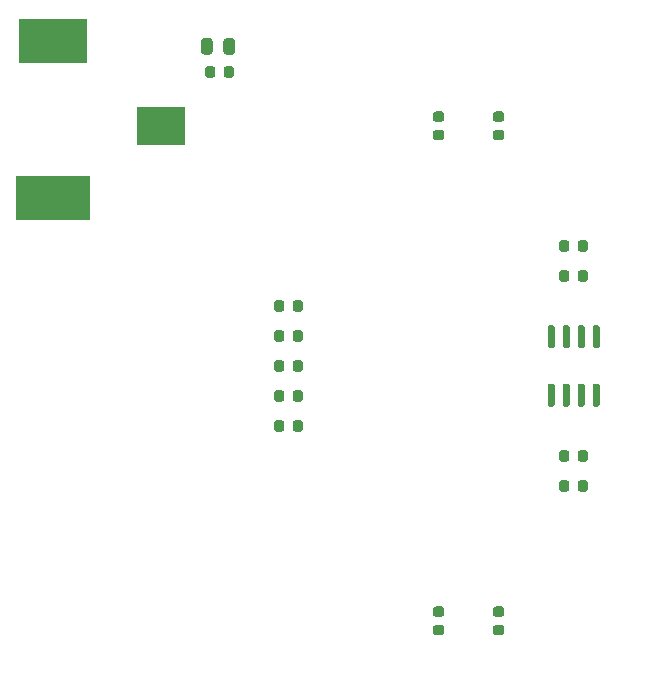
<source format=gbr>
%TF.GenerationSoftware,KiCad,Pcbnew,(5.1.7)-1*%
%TF.CreationDate,2021-05-11T13:40:29-05:00*%
%TF.ProjectId,instrumentation_amplifier,696e7374-7275-46d6-956e-746174696f6e,1.1*%
%TF.SameCoordinates,Original*%
%TF.FileFunction,Paste,Top*%
%TF.FilePolarity,Positive*%
%FSLAX46Y46*%
G04 Gerber Fmt 4.6, Leading zero omitted, Abs format (unit mm)*
G04 Created by KiCad (PCBNEW (5.1.7)-1) date 2021-05-11 13:40:29*
%MOMM*%
%LPD*%
G01*
G04 APERTURE LIST*
%ADD10R,4.060000X3.300000*%
%ADD11R,5.760000X3.810000*%
%ADD12R,6.350000X3.810000*%
G04 APERTURE END LIST*
%TO.C,C1*%
G36*
G01*
X153625000Y-78483750D02*
X153625000Y-78996250D01*
G75*
G02*
X153406250Y-79215000I-218750J0D01*
G01*
X152968750Y-79215000D01*
G75*
G02*
X152750000Y-78996250I0J218750D01*
G01*
X152750000Y-78483750D01*
G75*
G02*
X152968750Y-78265000I218750J0D01*
G01*
X153406250Y-78265000D01*
G75*
G02*
X153625000Y-78483750I0J-218750D01*
G01*
G37*
G36*
G01*
X152050000Y-78483750D02*
X152050000Y-78996250D01*
G75*
G02*
X151831250Y-79215000I-218750J0D01*
G01*
X151393750Y-79215000D01*
G75*
G02*
X151175000Y-78996250I0J218750D01*
G01*
X151175000Y-78483750D01*
G75*
G02*
X151393750Y-78265000I218750J0D01*
G01*
X151831250Y-78265000D01*
G75*
G02*
X152050000Y-78483750I0J-218750D01*
G01*
G37*
%TD*%
%TO.C,C2*%
G36*
G01*
X153625000Y-81023750D02*
X153625000Y-81536250D01*
G75*
G02*
X153406250Y-81755000I-218750J0D01*
G01*
X152968750Y-81755000D01*
G75*
G02*
X152750000Y-81536250I0J218750D01*
G01*
X152750000Y-81023750D01*
G75*
G02*
X152968750Y-80805000I218750J0D01*
G01*
X153406250Y-80805000D01*
G75*
G02*
X153625000Y-81023750I0J-218750D01*
G01*
G37*
G36*
G01*
X152050000Y-81023750D02*
X152050000Y-81536250D01*
G75*
G02*
X151831250Y-81755000I-218750J0D01*
G01*
X151393750Y-81755000D01*
G75*
G02*
X151175000Y-81536250I0J218750D01*
G01*
X151175000Y-81023750D01*
G75*
G02*
X151393750Y-80805000I218750J0D01*
G01*
X151831250Y-80805000D01*
G75*
G02*
X152050000Y-81023750I0J-218750D01*
G01*
G37*
%TD*%
%TO.C,C3*%
G36*
G01*
X152750000Y-96776250D02*
X152750000Y-96263750D01*
G75*
G02*
X152968750Y-96045000I218750J0D01*
G01*
X153406250Y-96045000D01*
G75*
G02*
X153625000Y-96263750I0J-218750D01*
G01*
X153625000Y-96776250D01*
G75*
G02*
X153406250Y-96995000I-218750J0D01*
G01*
X152968750Y-96995000D01*
G75*
G02*
X152750000Y-96776250I0J218750D01*
G01*
G37*
G36*
G01*
X151175000Y-96776250D02*
X151175000Y-96263750D01*
G75*
G02*
X151393750Y-96045000I218750J0D01*
G01*
X151831250Y-96045000D01*
G75*
G02*
X152050000Y-96263750I0J-218750D01*
G01*
X152050000Y-96776250D01*
G75*
G02*
X151831250Y-96995000I-218750J0D01*
G01*
X151393750Y-96995000D01*
G75*
G02*
X151175000Y-96776250I0J218750D01*
G01*
G37*
%TD*%
%TO.C,C4*%
G36*
G01*
X152750000Y-99316250D02*
X152750000Y-98803750D01*
G75*
G02*
X152968750Y-98585000I218750J0D01*
G01*
X153406250Y-98585000D01*
G75*
G02*
X153625000Y-98803750I0J-218750D01*
G01*
X153625000Y-99316250D01*
G75*
G02*
X153406250Y-99535000I-218750J0D01*
G01*
X152968750Y-99535000D01*
G75*
G02*
X152750000Y-99316250I0J218750D01*
G01*
G37*
G36*
G01*
X151175000Y-99316250D02*
X151175000Y-98803750D01*
G75*
G02*
X151393750Y-98585000I218750J0D01*
G01*
X151831250Y-98585000D01*
G75*
G02*
X152050000Y-98803750I0J-218750D01*
G01*
X152050000Y-99316250D01*
G75*
G02*
X151831250Y-99535000I-218750J0D01*
G01*
X151393750Y-99535000D01*
G75*
G02*
X151175000Y-99316250I0J218750D01*
G01*
G37*
%TD*%
D10*
%TO.C,CON1*%
X117471000Y-68580000D03*
D11*
X108331000Y-61390000D03*
D12*
X108331000Y-74680000D03*
%TD*%
%TO.C,D1*%
G36*
G01*
X123726000Y-61392750D02*
X123726000Y-62305250D01*
G75*
G02*
X123482250Y-62549000I-243750J0D01*
G01*
X122994750Y-62549000D01*
G75*
G02*
X122751000Y-62305250I0J243750D01*
G01*
X122751000Y-61392750D01*
G75*
G02*
X122994750Y-61149000I243750J0D01*
G01*
X123482250Y-61149000D01*
G75*
G02*
X123726000Y-61392750I0J-243750D01*
G01*
G37*
G36*
G01*
X121851000Y-61392750D02*
X121851000Y-62305250D01*
G75*
G02*
X121607250Y-62549000I-243750J0D01*
G01*
X121119750Y-62549000D01*
G75*
G02*
X120876000Y-62305250I0J243750D01*
G01*
X120876000Y-61392750D01*
G75*
G02*
X121119750Y-61149000I243750J0D01*
G01*
X121607250Y-61149000D01*
G75*
G02*
X121851000Y-61392750I0J-243750D01*
G01*
G37*
%TD*%
%TO.C,R1*%
G36*
G01*
X121203000Y-64264250D02*
X121203000Y-63751750D01*
G75*
G02*
X121421750Y-63533000I218750J0D01*
G01*
X121859250Y-63533000D01*
G75*
G02*
X122078000Y-63751750I0J-218750D01*
G01*
X122078000Y-64264250D01*
G75*
G02*
X121859250Y-64483000I-218750J0D01*
G01*
X121421750Y-64483000D01*
G75*
G02*
X121203000Y-64264250I0J218750D01*
G01*
G37*
G36*
G01*
X122778000Y-64264250D02*
X122778000Y-63751750D01*
G75*
G02*
X122996750Y-63533000I218750J0D01*
G01*
X123434250Y-63533000D01*
G75*
G02*
X123653000Y-63751750I0J-218750D01*
G01*
X123653000Y-64264250D01*
G75*
G02*
X123434250Y-64483000I-218750J0D01*
G01*
X122996750Y-64483000D01*
G75*
G02*
X122778000Y-64264250I0J218750D01*
G01*
G37*
%TD*%
%TO.C,R2*%
G36*
G01*
X145793750Y-68930000D02*
X146306250Y-68930000D01*
G75*
G02*
X146525000Y-69148750I0J-218750D01*
G01*
X146525000Y-69586250D01*
G75*
G02*
X146306250Y-69805000I-218750J0D01*
G01*
X145793750Y-69805000D01*
G75*
G02*
X145575000Y-69586250I0J218750D01*
G01*
X145575000Y-69148750D01*
G75*
G02*
X145793750Y-68930000I218750J0D01*
G01*
G37*
G36*
G01*
X145793750Y-67355000D02*
X146306250Y-67355000D01*
G75*
G02*
X146525000Y-67573750I0J-218750D01*
G01*
X146525000Y-68011250D01*
G75*
G02*
X146306250Y-68230000I-218750J0D01*
G01*
X145793750Y-68230000D01*
G75*
G02*
X145575000Y-68011250I0J218750D01*
G01*
X145575000Y-67573750D01*
G75*
G02*
X145793750Y-67355000I218750J0D01*
G01*
G37*
%TD*%
%TO.C,R3*%
G36*
G01*
X141226250Y-111715000D02*
X140713750Y-111715000D01*
G75*
G02*
X140495000Y-111496250I0J218750D01*
G01*
X140495000Y-111058750D01*
G75*
G02*
X140713750Y-110840000I218750J0D01*
G01*
X141226250Y-110840000D01*
G75*
G02*
X141445000Y-111058750I0J-218750D01*
G01*
X141445000Y-111496250D01*
G75*
G02*
X141226250Y-111715000I-218750J0D01*
G01*
G37*
G36*
G01*
X141226250Y-110140000D02*
X140713750Y-110140000D01*
G75*
G02*
X140495000Y-109921250I0J218750D01*
G01*
X140495000Y-109483750D01*
G75*
G02*
X140713750Y-109265000I218750J0D01*
G01*
X141226250Y-109265000D01*
G75*
G02*
X141445000Y-109483750I0J-218750D01*
G01*
X141445000Y-109921250D01*
G75*
G02*
X141226250Y-110140000I-218750J0D01*
G01*
G37*
%TD*%
%TO.C,R4*%
G36*
G01*
X140713750Y-68930000D02*
X141226250Y-68930000D01*
G75*
G02*
X141445000Y-69148750I0J-218750D01*
G01*
X141445000Y-69586250D01*
G75*
G02*
X141226250Y-69805000I-218750J0D01*
G01*
X140713750Y-69805000D01*
G75*
G02*
X140495000Y-69586250I0J218750D01*
G01*
X140495000Y-69148750D01*
G75*
G02*
X140713750Y-68930000I218750J0D01*
G01*
G37*
G36*
G01*
X140713750Y-67355000D02*
X141226250Y-67355000D01*
G75*
G02*
X141445000Y-67573750I0J-218750D01*
G01*
X141445000Y-68011250D01*
G75*
G02*
X141226250Y-68230000I-218750J0D01*
G01*
X140713750Y-68230000D01*
G75*
G02*
X140495000Y-68011250I0J218750D01*
G01*
X140495000Y-67573750D01*
G75*
G02*
X140713750Y-67355000I218750J0D01*
G01*
G37*
%TD*%
%TO.C,R5*%
G36*
G01*
X146306250Y-111715000D02*
X145793750Y-111715000D01*
G75*
G02*
X145575000Y-111496250I0J218750D01*
G01*
X145575000Y-111058750D01*
G75*
G02*
X145793750Y-110840000I218750J0D01*
G01*
X146306250Y-110840000D01*
G75*
G02*
X146525000Y-111058750I0J-218750D01*
G01*
X146525000Y-111496250D01*
G75*
G02*
X146306250Y-111715000I-218750J0D01*
G01*
G37*
G36*
G01*
X146306250Y-110140000D02*
X145793750Y-110140000D01*
G75*
G02*
X145575000Y-109921250I0J218750D01*
G01*
X145575000Y-109483750D01*
G75*
G02*
X145793750Y-109265000I218750J0D01*
G01*
X146306250Y-109265000D01*
G75*
G02*
X146525000Y-109483750I0J-218750D01*
G01*
X146525000Y-109921250D01*
G75*
G02*
X146306250Y-110140000I-218750J0D01*
G01*
G37*
%TD*%
%TO.C,R6*%
G36*
G01*
X129495000Y-93723750D02*
X129495000Y-94236250D01*
G75*
G02*
X129276250Y-94455000I-218750J0D01*
G01*
X128838750Y-94455000D01*
G75*
G02*
X128620000Y-94236250I0J218750D01*
G01*
X128620000Y-93723750D01*
G75*
G02*
X128838750Y-93505000I218750J0D01*
G01*
X129276250Y-93505000D01*
G75*
G02*
X129495000Y-93723750I0J-218750D01*
G01*
G37*
G36*
G01*
X127920000Y-93723750D02*
X127920000Y-94236250D01*
G75*
G02*
X127701250Y-94455000I-218750J0D01*
G01*
X127263750Y-94455000D01*
G75*
G02*
X127045000Y-94236250I0J218750D01*
G01*
X127045000Y-93723750D01*
G75*
G02*
X127263750Y-93505000I218750J0D01*
G01*
X127701250Y-93505000D01*
G75*
G02*
X127920000Y-93723750I0J-218750D01*
G01*
G37*
%TD*%
%TO.C,R7*%
G36*
G01*
X129495000Y-91183750D02*
X129495000Y-91696250D01*
G75*
G02*
X129276250Y-91915000I-218750J0D01*
G01*
X128838750Y-91915000D01*
G75*
G02*
X128620000Y-91696250I0J218750D01*
G01*
X128620000Y-91183750D01*
G75*
G02*
X128838750Y-90965000I218750J0D01*
G01*
X129276250Y-90965000D01*
G75*
G02*
X129495000Y-91183750I0J-218750D01*
G01*
G37*
G36*
G01*
X127920000Y-91183750D02*
X127920000Y-91696250D01*
G75*
G02*
X127701250Y-91915000I-218750J0D01*
G01*
X127263750Y-91915000D01*
G75*
G02*
X127045000Y-91696250I0J218750D01*
G01*
X127045000Y-91183750D01*
G75*
G02*
X127263750Y-90965000I218750J0D01*
G01*
X127701250Y-90965000D01*
G75*
G02*
X127920000Y-91183750I0J-218750D01*
G01*
G37*
%TD*%
%TO.C,R8*%
G36*
G01*
X129495000Y-88643750D02*
X129495000Y-89156250D01*
G75*
G02*
X129276250Y-89375000I-218750J0D01*
G01*
X128838750Y-89375000D01*
G75*
G02*
X128620000Y-89156250I0J218750D01*
G01*
X128620000Y-88643750D01*
G75*
G02*
X128838750Y-88425000I218750J0D01*
G01*
X129276250Y-88425000D01*
G75*
G02*
X129495000Y-88643750I0J-218750D01*
G01*
G37*
G36*
G01*
X127920000Y-88643750D02*
X127920000Y-89156250D01*
G75*
G02*
X127701250Y-89375000I-218750J0D01*
G01*
X127263750Y-89375000D01*
G75*
G02*
X127045000Y-89156250I0J218750D01*
G01*
X127045000Y-88643750D01*
G75*
G02*
X127263750Y-88425000I218750J0D01*
G01*
X127701250Y-88425000D01*
G75*
G02*
X127920000Y-88643750I0J-218750D01*
G01*
G37*
%TD*%
%TO.C,R9*%
G36*
G01*
X129495000Y-86103750D02*
X129495000Y-86616250D01*
G75*
G02*
X129276250Y-86835000I-218750J0D01*
G01*
X128838750Y-86835000D01*
G75*
G02*
X128620000Y-86616250I0J218750D01*
G01*
X128620000Y-86103750D01*
G75*
G02*
X128838750Y-85885000I218750J0D01*
G01*
X129276250Y-85885000D01*
G75*
G02*
X129495000Y-86103750I0J-218750D01*
G01*
G37*
G36*
G01*
X127920000Y-86103750D02*
X127920000Y-86616250D01*
G75*
G02*
X127701250Y-86835000I-218750J0D01*
G01*
X127263750Y-86835000D01*
G75*
G02*
X127045000Y-86616250I0J218750D01*
G01*
X127045000Y-86103750D01*
G75*
G02*
X127263750Y-85885000I218750J0D01*
G01*
X127701250Y-85885000D01*
G75*
G02*
X127920000Y-86103750I0J-218750D01*
G01*
G37*
%TD*%
%TO.C,R10*%
G36*
G01*
X129495000Y-83563750D02*
X129495000Y-84076250D01*
G75*
G02*
X129276250Y-84295000I-218750J0D01*
G01*
X128838750Y-84295000D01*
G75*
G02*
X128620000Y-84076250I0J218750D01*
G01*
X128620000Y-83563750D01*
G75*
G02*
X128838750Y-83345000I218750J0D01*
G01*
X129276250Y-83345000D01*
G75*
G02*
X129495000Y-83563750I0J-218750D01*
G01*
G37*
G36*
G01*
X127920000Y-83563750D02*
X127920000Y-84076250D01*
G75*
G02*
X127701250Y-84295000I-218750J0D01*
G01*
X127263750Y-84295000D01*
G75*
G02*
X127045000Y-84076250I0J218750D01*
G01*
X127045000Y-83563750D01*
G75*
G02*
X127263750Y-83345000I218750J0D01*
G01*
X127701250Y-83345000D01*
G75*
G02*
X127920000Y-83563750I0J-218750D01*
G01*
G37*
%TD*%
%TO.C,U1*%
G36*
G01*
X150645000Y-87400000D02*
X150345000Y-87400000D01*
G75*
G02*
X150195000Y-87250000I0J150000D01*
G01*
X150195000Y-85600000D01*
G75*
G02*
X150345000Y-85450000I150000J0D01*
G01*
X150645000Y-85450000D01*
G75*
G02*
X150795000Y-85600000I0J-150000D01*
G01*
X150795000Y-87250000D01*
G75*
G02*
X150645000Y-87400000I-150000J0D01*
G01*
G37*
G36*
G01*
X151915000Y-87400000D02*
X151615000Y-87400000D01*
G75*
G02*
X151465000Y-87250000I0J150000D01*
G01*
X151465000Y-85600000D01*
G75*
G02*
X151615000Y-85450000I150000J0D01*
G01*
X151915000Y-85450000D01*
G75*
G02*
X152065000Y-85600000I0J-150000D01*
G01*
X152065000Y-87250000D01*
G75*
G02*
X151915000Y-87400000I-150000J0D01*
G01*
G37*
G36*
G01*
X153185000Y-87400000D02*
X152885000Y-87400000D01*
G75*
G02*
X152735000Y-87250000I0J150000D01*
G01*
X152735000Y-85600000D01*
G75*
G02*
X152885000Y-85450000I150000J0D01*
G01*
X153185000Y-85450000D01*
G75*
G02*
X153335000Y-85600000I0J-150000D01*
G01*
X153335000Y-87250000D01*
G75*
G02*
X153185000Y-87400000I-150000J0D01*
G01*
G37*
G36*
G01*
X154455000Y-87400000D02*
X154155000Y-87400000D01*
G75*
G02*
X154005000Y-87250000I0J150000D01*
G01*
X154005000Y-85600000D01*
G75*
G02*
X154155000Y-85450000I150000J0D01*
G01*
X154455000Y-85450000D01*
G75*
G02*
X154605000Y-85600000I0J-150000D01*
G01*
X154605000Y-87250000D01*
G75*
G02*
X154455000Y-87400000I-150000J0D01*
G01*
G37*
G36*
G01*
X154455000Y-92350000D02*
X154155000Y-92350000D01*
G75*
G02*
X154005000Y-92200000I0J150000D01*
G01*
X154005000Y-90550000D01*
G75*
G02*
X154155000Y-90400000I150000J0D01*
G01*
X154455000Y-90400000D01*
G75*
G02*
X154605000Y-90550000I0J-150000D01*
G01*
X154605000Y-92200000D01*
G75*
G02*
X154455000Y-92350000I-150000J0D01*
G01*
G37*
G36*
G01*
X153185000Y-92350000D02*
X152885000Y-92350000D01*
G75*
G02*
X152735000Y-92200000I0J150000D01*
G01*
X152735000Y-90550000D01*
G75*
G02*
X152885000Y-90400000I150000J0D01*
G01*
X153185000Y-90400000D01*
G75*
G02*
X153335000Y-90550000I0J-150000D01*
G01*
X153335000Y-92200000D01*
G75*
G02*
X153185000Y-92350000I-150000J0D01*
G01*
G37*
G36*
G01*
X151915000Y-92350000D02*
X151615000Y-92350000D01*
G75*
G02*
X151465000Y-92200000I0J150000D01*
G01*
X151465000Y-90550000D01*
G75*
G02*
X151615000Y-90400000I150000J0D01*
G01*
X151915000Y-90400000D01*
G75*
G02*
X152065000Y-90550000I0J-150000D01*
G01*
X152065000Y-92200000D01*
G75*
G02*
X151915000Y-92350000I-150000J0D01*
G01*
G37*
G36*
G01*
X150645000Y-92350000D02*
X150345000Y-92350000D01*
G75*
G02*
X150195000Y-92200000I0J150000D01*
G01*
X150195000Y-90550000D01*
G75*
G02*
X150345000Y-90400000I150000J0D01*
G01*
X150645000Y-90400000D01*
G75*
G02*
X150795000Y-90550000I0J-150000D01*
G01*
X150795000Y-92200000D01*
G75*
G02*
X150645000Y-92350000I-150000J0D01*
G01*
G37*
%TD*%
M02*

</source>
